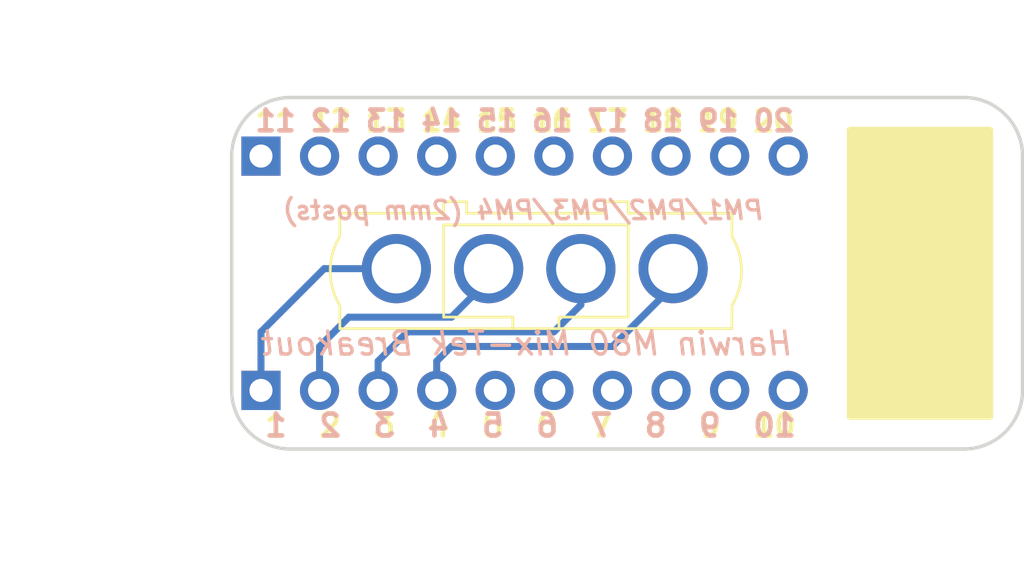
<source format=kicad_pcb>
(kicad_pcb (version 20171130) (host pcbnew "(5.1.12)-1")

  (general
    (thickness 1.6)
    (drawings 22)
    (tracks 18)
    (zones 0)
    (modules 3)
    (nets 21)
  )

  (page A4)
  (layers
    (0 F.Cu signal)
    (31 B.Cu signal)
    (32 B.Adhes user)
    (33 F.Adhes user)
    (34 B.Paste user)
    (35 F.Paste user)
    (36 B.SilkS user)
    (37 F.SilkS user)
    (38 B.Mask user)
    (39 F.Mask user)
    (40 Dwgs.User user)
    (41 Cmts.User user)
    (42 Eco1.User user)
    (43 Eco2.User user)
    (44 Edge.Cuts user)
    (45 Margin user)
    (46 B.CrtYd user)
    (47 F.CrtYd user)
    (48 B.Fab user)
    (49 F.Fab user)
  )

  (setup
    (last_trace_width 0.1524)
    (user_trace_width 0.1524)
    (user_trace_width 0.254)
    (user_trace_width 0.3048)
    (user_trace_width 0.4064)
    (trace_clearance 0.1524)
    (zone_clearance 0.508)
    (zone_45_only no)
    (trace_min 0.1524)
    (via_size 0.6858)
    (via_drill 0.3302)
    (via_min_size 0.508)
    (via_min_drill 0.254)
    (uvia_size 0.3)
    (uvia_drill 0.1)
    (uvias_allowed no)
    (uvia_min_size 0.2)
    (uvia_min_drill 0.1)
    (edge_width 0.15)
    (segment_width 0.1524)
    (pcb_text_width 0.3)
    (pcb_text_size 1.5 1.5)
    (mod_edge_width 0.25)
    (mod_text_size 1 1)
    (mod_text_width 0.15)
    (pad_size 1.524 1.524)
    (pad_drill 0.762)
    (pad_to_mask_clearance 0.0508)
    (solder_mask_min_width 0.1016)
    (aux_axis_origin 0 0)
    (visible_elements 7FFFFFFF)
    (pcbplotparams
      (layerselection 0x00030_80000001)
      (usegerberextensions false)
      (usegerberattributes true)
      (usegerberadvancedattributes true)
      (creategerberjobfile true)
      (excludeedgelayer true)
      (linewidth 0.100000)
      (plotframeref false)
      (viasonmask false)
      (mode 1)
      (useauxorigin false)
      (hpglpennumber 1)
      (hpglpenspeed 20)
      (hpglpendiameter 15.000000)
      (psnegative false)
      (psa4output false)
      (plotreference true)
      (plotvalue true)
      (plotinvisibletext false)
      (padsonsilk false)
      (subtractmaskfromsilk false)
      (outputformat 1)
      (mirror false)
      (drillshape 1)
      (scaleselection 1)
      (outputdirectory ""))
  )

  (net 0 "")
  (net 1 /A0)
  (net 2 /A1)
  (net 3 /A2)
  (net 4 /A3)
  (net 5 /D0)
  (net 6 /D1)
  (net 7 /D2)
  (net 8 /D3)
  (net 9 /D4)
  (net 10 /D5)
  (net 11 /D6)
  (net 12 /D7)
  (net 13 /D8)
  (net 14 /D9)
  (net 15 /D10)
  (net 16 /D13)
  (net 17 /D12)
  (net 18 /D11)
  (net 19 /A4)
  (net 20 /A5)

  (net_class Default "This is the default net class."
    (clearance 0.1524)
    (trace_width 0.1524)
    (via_dia 0.6858)
    (via_drill 0.3302)
    (uvia_dia 0.3)
    (uvia_drill 0.1)
    (add_net /A0)
    (add_net /A1)
    (add_net /A2)
    (add_net /A3)
    (add_net /A4)
    (add_net /A5)
    (add_net /D0)
    (add_net /D1)
    (add_net /D10)
    (add_net /D11)
    (add_net /D12)
    (add_net /D13)
    (add_net /D2)
    (add_net /D3)
    (add_net /D4)
    (add_net /D5)
    (add_net /D6)
    (add_net /D7)
    (add_net /D8)
    (add_net /D9)
  )

  (module footprints:HarwinM80_M (layer F.Cu) (tedit 635ADD73) (tstamp 634086A4)
    (at 113.52 125.63 180)
    (descr "Molex 734 Male header (for PCBs); Straight solder pin 1 x 1 mm, 734-134 , 4 Pins (http://www.farnell.com/datasheets/2157639.pdf), generated with kicad-footprint-generator")
    (tags "connector Wago  side entry")
    (path /63670E02)
    (fp_text reference J1 (at 0 -3 180) (layer F.SilkS) hide
      (effects (font (size 1 1) (thickness 0.15)))
    )
    (fp_text value Conn_01x04 (at 0 4.25 180) (layer F.Fab)
      (effects (font (size 1 1) (thickness 0.15)))
    )
    (fp_line (start 0 -2.5) (end -0.5 -2.5) (layer Dwgs.User) (width 0.12))
    (fp_line (start 0 2.5) (end -0.5 2.5) (layer Dwgs.User) (width 0.12))
    (fp_line (start -9 0) (end -9 -1) (layer Dwgs.User) (width 0.12))
    (fp_line (start 9 0) (end 9 -1) (layer Dwgs.User) (width 0.12))
    (fp_line (start 0 -2.5) (end -9 -2.5) (layer Dwgs.User) (width 0.12))
    (fp_line (start -9 -2.5) (end -9 2.5) (layer Dwgs.User) (width 0.12))
    (fp_line (start 9 2.5) (end 9 -2.5) (layer Dwgs.User) (width 0.12))
    (fp_line (start 9 -2.5) (end 0 -2.5) (layer Dwgs.User) (width 0.12))
    (fp_line (start -9 2.5) (end 9 2.5) (layer Dwgs.User) (width 0.12))
    (fp_line (start -1 -2) (end -1 -2.5) (layer F.SilkS) (width 0.12))
    (fp_line (start -1 -2.5) (end 1 -2.5) (layer F.SilkS) (width 0.12))
    (fp_line (start 1 -2.5) (end 1 -2) (layer F.SilkS) (width 0.12))
    (fp_line (start 1 -2) (end 4 -2) (layer F.SilkS) (width 0.12))
    (fp_line (start 4 -2) (end 4 2) (layer F.SilkS) (width 0.12))
    (fp_line (start 4 2) (end -4 2) (layer F.SilkS) (width 0.12))
    (fp_line (start -4 2) (end -4 -2) (layer F.SilkS) (width 0.12))
    (fp_line (start -4 -2) (end -1 -2) (layer F.SilkS) (width 0.12))
    (fp_line (start -1 -2.5) (end -8.5 -2.5) (layer F.SilkS) (width 0.12))
    (fp_line (start -8.5 -2.5) (end -8.5 -1.5) (layer F.SilkS) (width 0.12))
    (fp_line (start -8.5 1.5) (end -8.5 2.5) (layer F.SilkS) (width 0.12))
    (fp_line (start -8.5 2.5) (end -4 2.5) (layer F.SilkS) (width 0.12))
    (fp_line (start -4 2.5) (end -4 3) (layer F.SilkS) (width 0.12))
    (fp_line (start -4 3) (end -3 3) (layer F.SilkS) (width 0.12))
    (fp_line (start -3 3) (end -3 2.5) (layer F.SilkS) (width 0.12))
    (fp_line (start -3 2.5) (end 3 2.5) (layer F.SilkS) (width 0.12))
    (fp_line (start 3 2.5) (end 3 3) (layer F.SilkS) (width 0.12))
    (fp_line (start 3 3) (end 4 3) (layer F.SilkS) (width 0.12))
    (fp_line (start 4 3) (end 4 2.5) (layer F.SilkS) (width 0.12))
    (fp_line (start 4 2.5) (end 8.5 2.5) (layer F.SilkS) (width 0.12))
    (fp_line (start 8.5 2.5) (end 8.5 1.5) (layer F.SilkS) (width 0.12))
    (fp_line (start 8.5 -1.5) (end 8.5 -2.5) (layer F.SilkS) (width 0.12))
    (fp_line (start 8.5 -2.5) (end 1 -2.5) (layer F.SilkS) (width 0.12))
    (fp_arc (start -6 0) (end -8.499999 -1.499999) (angle -61.92751306) (layer F.SilkS) (width 0.12))
    (fp_arc (start 6 0) (end 8.499999 1.499999) (angle -61.92751306) (layer F.SilkS) (width 0.12))
    (pad 1 thru_hole oval (at 6.05 0.1 180) (size 3 3) (drill 2.15) (layers *.Cu *.Mask)
      (net 5 /D0))
    (pad 2 thru_hole oval (at 2.05 0.1 180) (size 3 3) (drill 2.15) (layers *.Cu *.Mask)
      (net 6 /D1))
    (pad 3 thru_hole oval (at -1.95 0.1 180) (size 3 3) (drill 2.15) (layers *.Cu *.Mask)
      (net 7 /D2))
    (pad 4 thru_hole oval (at -5.95 0.1 180) (size 3 3) (drill 2.15) (layers *.Cu *.Mask)
      (net 8 /D3))
    (model ${KISYS3DMOD}/Connector_Wago.3dshapes/Wago_734-134_1x04_P3.50mm_Vertical.wrl
      (at (xyz 0 0 0))
      (scale (xyz 1 1 1))
      (rotate (xyz 0 0 0))
    )
  )

  (module Connector_PinHeader_2.54mm:PinHeader_1x10_P2.54mm_Vertical (layer F.Cu) (tedit 63331346) (tstamp 6332231A)
    (at 101.6 120.65 90)
    (descr "Through hole straight pin header, 1x10, 2.54mm pitch, single row")
    (tags "Through hole pin header THT 1x10 2.54mm single row")
    (path /6333E140)
    (fp_text reference J3 (at 0 -2.33 90) (layer F.SilkS) hide
      (effects (font (size 1 1) (thickness 0.15)))
    )
    (fp_text value Conn_01x10_Male (at 0 25.19 90) (layer F.Fab)
      (effects (font (size 1 1) (thickness 0.15)))
    )
    (fp_line (start -0.635 -1.27) (end 1.27 -1.27) (layer F.Fab) (width 0.1))
    (fp_line (start 1.27 -1.27) (end 1.27 24.13) (layer F.Fab) (width 0.1))
    (fp_line (start 1.27 24.13) (end -1.27 24.13) (layer F.Fab) (width 0.1))
    (fp_line (start -1.27 24.13) (end -1.27 -0.635) (layer F.Fab) (width 0.1))
    (fp_line (start -1.27 -0.635) (end -0.635 -1.27) (layer F.Fab) (width 0.1))
    (fp_line (start -1.8 -1.8) (end -1.8 24.65) (layer F.CrtYd) (width 0.05))
    (fp_line (start -1.8 24.65) (end 1.8 24.65) (layer F.CrtYd) (width 0.05))
    (fp_line (start 1.8 24.65) (end 1.8 -1.8) (layer F.CrtYd) (width 0.05))
    (fp_line (start 1.8 -1.8) (end -1.8 -1.8) (layer F.CrtYd) (width 0.05))
    (fp_text user %R (at 0 11.43 180) (layer F.Fab)
      (effects (font (size 1 1) (thickness 0.15)))
    )
    (pad 1 thru_hole rect (at 0 0 90) (size 1.7 1.7) (drill 1) (layers *.Cu *.Mask)
      (net 20 /A5))
    (pad 2 thru_hole oval (at 0 2.54 90) (size 1.7 1.7) (drill 1) (layers *.Cu *.Mask)
      (net 19 /A4))
    (pad 3 thru_hole oval (at 0 5.08 90) (size 1.7 1.7) (drill 1) (layers *.Cu *.Mask)
      (net 4 /A3))
    (pad 4 thru_hole oval (at 0 7.62 90) (size 1.7 1.7) (drill 1) (layers *.Cu *.Mask)
      (net 3 /A2))
    (pad 5 thru_hole oval (at 0 10.16 90) (size 1.7 1.7) (drill 1) (layers *.Cu *.Mask)
      (net 2 /A1))
    (pad 6 thru_hole oval (at 0 12.7 90) (size 1.7 1.7) (drill 1) (layers *.Cu *.Mask)
      (net 1 /A0))
    (pad 7 thru_hole oval (at 0 15.24 90) (size 1.7 1.7) (drill 1) (layers *.Cu *.Mask)
      (net 15 /D10))
    (pad 8 thru_hole oval (at 0 17.78 90) (size 1.7 1.7) (drill 1) (layers *.Cu *.Mask)
      (net 18 /D11))
    (pad 9 thru_hole oval (at 0 20.32 90) (size 1.7 1.7) (drill 1) (layers *.Cu *.Mask)
      (net 17 /D12))
    (pad 10 thru_hole oval (at 0 22.86 90) (size 1.7 1.7) (drill 1) (layers *.Cu *.Mask)
      (net 16 /D13))
    (model ${KISYS3DMOD}/Connector_PinHeader_2.54mm.3dshapes/PinHeader_1x10_P2.54mm_Vertical.wrl
      (at (xyz 0 0 0))
      (scale (xyz 1 1 1))
      (rotate (xyz 0 0 0))
    )
  )

  (module Connector_PinHeader_2.54mm:PinHeader_1x10_P2.54mm_Vertical (layer F.Cu) (tedit 63331326) (tstamp 63334017)
    (at 101.6 130.81 90)
    (descr "Through hole straight pin header, 1x10, 2.54mm pitch, single row")
    (tags "Through hole pin header THT 1x10 2.54mm single row")
    (path /6333F148)
    (fp_text reference J4 (at 0 -2.33 90) (layer F.SilkS) hide
      (effects (font (size 1 1) (thickness 0.15)))
    )
    (fp_text value Conn_01x10_Male (at 0 25.19 90) (layer F.Fab)
      (effects (font (size 1 1) (thickness 0.15)))
    )
    (fp_line (start 1.8 -1.8) (end -1.8 -1.8) (layer F.CrtYd) (width 0.05))
    (fp_line (start 1.8 24.65) (end 1.8 -1.8) (layer F.CrtYd) (width 0.05))
    (fp_line (start -1.8 24.65) (end 1.8 24.65) (layer F.CrtYd) (width 0.05))
    (fp_line (start -1.8 -1.8) (end -1.8 24.65) (layer F.CrtYd) (width 0.05))
    (fp_line (start -1.27 -0.635) (end -0.635 -1.27) (layer F.Fab) (width 0.1))
    (fp_line (start -1.27 24.13) (end -1.27 -0.635) (layer F.Fab) (width 0.1))
    (fp_line (start 1.27 24.13) (end -1.27 24.13) (layer F.Fab) (width 0.1))
    (fp_line (start 1.27 -1.27) (end 1.27 24.13) (layer F.Fab) (width 0.1))
    (fp_line (start -0.635 -1.27) (end 1.27 -1.27) (layer F.Fab) (width 0.1))
    (fp_text user %R (at 0 11.43 180) (layer F.Fab)
      (effects (font (size 1 1) (thickness 0.15)))
    )
    (pad 10 thru_hole oval (at 0 22.86 90) (size 1.7 1.7) (drill 1) (layers *.Cu *.Mask)
      (net 14 /D9))
    (pad 9 thru_hole oval (at 0 20.32 90) (size 1.7 1.7) (drill 1) (layers *.Cu *.Mask)
      (net 13 /D8))
    (pad 8 thru_hole oval (at 0 17.78 90) (size 1.7 1.7) (drill 1) (layers *.Cu *.Mask)
      (net 12 /D7))
    (pad 7 thru_hole oval (at 0 15.24 90) (size 1.7 1.7) (drill 1) (layers *.Cu *.Mask)
      (net 11 /D6))
    (pad 6 thru_hole oval (at 0 12.7 90) (size 1.7 1.7) (drill 1) (layers *.Cu *.Mask)
      (net 10 /D5))
    (pad 5 thru_hole oval (at 0 10.16 90) (size 1.7 1.7) (drill 1) (layers *.Cu *.Mask)
      (net 9 /D4))
    (pad 4 thru_hole oval (at 0 7.62 90) (size 1.7 1.7) (drill 1) (layers *.Cu *.Mask)
      (net 8 /D3))
    (pad 3 thru_hole oval (at 0 5.08 90) (size 1.7 1.7) (drill 1) (layers *.Cu *.Mask)
      (net 7 /D2))
    (pad 2 thru_hole oval (at 0 2.54 90) (size 1.7 1.7) (drill 1) (layers *.Cu *.Mask)
      (net 6 /D1))
    (pad 1 thru_hole rect (at 0 0 90) (size 1.7 1.7) (drill 1) (layers *.Cu *.Mask)
      (net 5 /D0))
    (model ${KISYS3DMOD}/Connector_PinHeader_2.54mm.3dshapes/PinHeader_1x10_P2.54mm_Vertical.wrl
      (at (xyz 0 0 0))
      (scale (xyz 1 1 1))
      (rotate (xyz 0 0 0))
    )
  )

  (gr_line (start 123.19 118.11) (end 132.08 118.11) (layer Edge.Cuts) (width 0.15) (tstamp 63652993))
  (gr_line (start 123.19 133.35) (end 132.08 133.35) (layer Edge.Cuts) (width 0.15) (tstamp 63652992))
  (dimension 8.89 (width 0.15) (layer Dwgs.User)
    (gr_text "8.890 mm" (at 130.175 115.54) (layer Dwgs.User)
      (effects (font (size 1 1) (thickness 0.15)))
    )
    (feature1 (pts (xy 134.62 120.65) (xy 134.62 116.253579)))
    (feature2 (pts (xy 125.73 120.65) (xy 125.73 116.253579)))
    (crossbar (pts (xy 125.73 116.84) (xy 134.62 116.84)))
    (arrow1a (pts (xy 134.62 116.84) (xy 133.493496 117.426421)))
    (arrow1b (pts (xy 134.62 116.84) (xy 133.493496 116.253579)))
    (arrow2a (pts (xy 125.73 116.84) (xy 126.856504 117.426421)))
    (arrow2b (pts (xy 125.73 116.84) (xy 126.856504 116.253579)))
  )
  (gr_text "PM1/PM2/PM3/PM4 (2mm posts)" (at 113 123) (layer B.SilkS) (tstamp 635B3CDD)
    (effects (font (size 0.8 0.8) (thickness 0.15) italic) (justify mirror))
  )
  (gr_text "20 19 18 17 16 15 14 13 12 11" (at 113.03 119.126) (layer B.SilkS)
    (effects (font (size 0.9 0.9) (thickness 0.2)) (justify mirror))
  )
  (gr_text "10  9  8  7  6  5  4  3  2  1" (at 113.284 132.334) (layer B.SilkS)
    (effects (font (size 0.95 0.95) (thickness 0.2)) (justify mirror))
  )
  (dimension 10.16 (width 0.15) (layer Dwgs.User)
    (gr_text "0.4000 in" (at 130.84 125.73 270) (layer Dwgs.User)
      (effects (font (size 1 1) (thickness 0.15)))
    )
    (feature1 (pts (xy 124.46 130.81) (xy 130.126421 130.81)))
    (feature2 (pts (xy 124.46 120.65) (xy 130.126421 120.65)))
    (crossbar (pts (xy 129.54 120.65) (xy 129.54 130.81)))
    (arrow1a (pts (xy 129.54 130.81) (xy 128.953579 129.683496)))
    (arrow1b (pts (xy 129.54 130.81) (xy 130.126421 129.683496)))
    (arrow2a (pts (xy 129.54 120.65) (xy 128.953579 121.776504)))
    (arrow2b (pts (xy 129.54 120.65) (xy 130.126421 121.776504)))
  )
  (dimension 25.4 (width 0.15) (layer Dwgs.User)
    (gr_text "1.0000 in" (at 113.03 139.73) (layer Dwgs.User)
      (effects (font (size 1 1) (thickness 0.15)))
    )
    (feature1 (pts (xy 125.73 130.81) (xy 125.73 139.016421)))
    (feature2 (pts (xy 100.33 130.81) (xy 100.33 139.016421)))
    (crossbar (pts (xy 100.33 138.43) (xy 125.73 138.43)))
    (arrow1a (pts (xy 125.73 138.43) (xy 124.603496 139.016421)))
    (arrow1b (pts (xy 125.73 138.43) (xy 124.603496 137.843579)))
    (arrow2a (pts (xy 100.33 138.43) (xy 101.456504 139.016421)))
    (arrow2b (pts (xy 100.33 138.43) (xy 101.456504 137.843579)))
  )
  (dimension 15.24 (width 0.15) (layer Dwgs.User)
    (gr_text "0.6000 in" (at 93.95 125.73 90) (layer Dwgs.User)
      (effects (font (size 1 1) (thickness 0.15)))
    )
    (feature1 (pts (xy 102.87 118.11) (xy 94.663579 118.11)))
    (feature2 (pts (xy 102.87 133.35) (xy 94.663579 133.35)))
    (crossbar (pts (xy 95.25 133.35) (xy 95.25 118.11)))
    (arrow1a (pts (xy 95.25 118.11) (xy 95.836421 119.236504)))
    (arrow1b (pts (xy 95.25 118.11) (xy 94.663579 119.236504)))
    (arrow2a (pts (xy 95.25 133.35) (xy 95.836421 132.223496)))
    (arrow2b (pts (xy 95.25 133.35) (xy 94.663579 132.223496)))
  )
  (gr_line (start 100.33 120.65) (end 100.33 130.81) (layer Edge.Cuts) (width 0.15) (tstamp 63334D48))
  (gr_line (start 123.19 118.11) (end 102.87 118.11) (layer Edge.Cuts) (width 0.15) (tstamp 63334D47))
  (gr_line (start 134.62 130.81) (end 134.62 120.65) (layer Edge.Cuts) (width 0.15) (tstamp 63334D46))
  (gr_line (start 102.87 133.35) (end 123.19 133.35) (layer Edge.Cuts) (width 0.15) (tstamp 63334D45))
  (gr_text "Harwin M80 Mix-Tek Breakout" (at 113.157 128.778) (layer B.SilkS)
    (effects (font (size 1 1) (thickness 0.15) italic) (justify mirror))
  )
  (gr_text "11 12 13 14 15 16 17 18 19 20" (at 113.03 119.126) (layer F.SilkS) (tstamp 63334871)
    (effects (font (size 0.9 0.9) (thickness 0.2)))
  )
  (gr_text "1  2  3  4  5  6  7  8  9  10" (at 113.284 132.334) (layer F.SilkS) (tstamp 63335405)
    (effects (font (size 0.95 0.95) (thickness 0.2)))
  )
  (gr_line (start 128.27 125.73) (end 97.79 125.73) (layer Dwgs.User) (width 0.15))
  (gr_line (start 113.03 115.57) (end 113.03 137.16) (layer Dwgs.User) (width 0.15))
  (gr_arc (start 102.87 130.81) (end 100.33 130.81) (angle -90) (layer Edge.Cuts) (width 0.15))
  (gr_arc (start 132.08 130.81) (end 132.08 133.35) (angle -90) (layer Edge.Cuts) (width 0.15))
  (gr_arc (start 132.08 120.65) (end 134.62 120.65) (angle -90) (layer Edge.Cuts) (width 0.15))
  (gr_arc (start 102.87 120.65) (end 102.87 118.11) (angle -90) (layer Edge.Cuts) (width 0.15))

  (segment (start 107.47 125.53) (end 104.34 125.53) (width 0.3048) (layer B.Cu) (net 5))
  (segment (start 104.34 125.53) (end 101.6 128.27) (width 0.3048) (layer B.Cu) (net 5))
  (segment (start 101.6 128.27) (end 101.6 130.81) (width 0.3048) (layer B.Cu) (net 5))
  (segment (start 111.47 125.53) (end 111.47 126.02) (width 0.3048) (layer B.Cu) (net 6))
  (segment (start 111.47 126.02) (end 109.855 127.635) (width 0.3048) (layer B.Cu) (net 6))
  (segment (start 109.855 127.635) (end 105.41 127.635) (width 0.3048) (layer B.Cu) (net 6))
  (segment (start 104.14 128.905) (end 104.14 130.81) (width 0.3048) (layer B.Cu) (net 6))
  (segment (start 105.41 127.635) (end 104.14 128.905) (width 0.3048) (layer B.Cu) (net 6))
  (segment (start 115.47 125.53) (end 115.47 127.1) (width 0.3048) (layer B.Cu) (net 7))
  (segment (start 115.47 127.1) (end 114.3 128.27) (width 0.3048) (layer B.Cu) (net 7))
  (segment (start 114.3 128.27) (end 107.95 128.27) (width 0.3048) (layer B.Cu) (net 7))
  (segment (start 106.68 129.54) (end 106.68 130.81) (width 0.3048) (layer B.Cu) (net 7))
  (segment (start 107.95 128.27) (end 106.68 129.54) (width 0.3048) (layer B.Cu) (net 7))
  (segment (start 119.47 125.53) (end 119.47 126.275) (width 0.3048) (layer B.Cu) (net 8))
  (segment (start 119.47 126.275) (end 116.84 128.905) (width 0.3048) (layer B.Cu) (net 8))
  (segment (start 116.84 128.905) (end 109.855 128.905) (width 0.3048) (layer B.Cu) (net 8))
  (segment (start 109.22 129.54) (end 109.22 130.81) (width 0.3048) (layer B.Cu) (net 8))
  (segment (start 109.855 128.905) (end 109.22 129.54) (width 0.3048) (layer B.Cu) (net 8))

  (zone (net 0) (net_name "") (layer F.SilkS) (tstamp 0) (hatch edge 0.508)
    (connect_pads (clearance 0.508))
    (min_thickness 0.254)
    (fill yes (arc_segments 32) (thermal_gap 0.508) (thermal_bridge_width 0.508))
    (polygon
      (pts
        (xy 133.35 132.08) (xy 127 132.08) (xy 127 119.38) (xy 133.35 119.38)
      )
    )
    (filled_polygon
      (pts
        (xy 133.223 131.953) (xy 127.127 131.953) (xy 127.127 119.507) (xy 133.223 119.507)
      )
    )
  )
)

</source>
